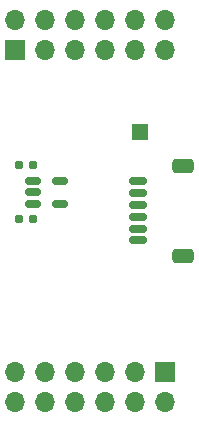
<source format=gbr>
%TF.GenerationSoftware,KiCad,Pcbnew,7.0.5*%
%TF.CreationDate,2024-01-26T22:43:11-05:00*%
%TF.ProjectId,SCD30_ADAPTER,53434433-305f-4414-9441-505445522e6b,rev?*%
%TF.SameCoordinates,Original*%
%TF.FileFunction,Soldermask,Top*%
%TF.FilePolarity,Negative*%
%FSLAX46Y46*%
G04 Gerber Fmt 4.6, Leading zero omitted, Abs format (unit mm)*
G04 Created by KiCad (PCBNEW 7.0.5) date 2024-01-26 22:43:11*
%MOMM*%
%LPD*%
G01*
G04 APERTURE LIST*
G04 Aperture macros list*
%AMRoundRect*
0 Rectangle with rounded corners*
0 $1 Rounding radius*
0 $2 $3 $4 $5 $6 $7 $8 $9 X,Y pos of 4 corners*
0 Add a 4 corners polygon primitive as box body*
4,1,4,$2,$3,$4,$5,$6,$7,$8,$9,$2,$3,0*
0 Add four circle primitives for the rounded corners*
1,1,$1+$1,$2,$3*
1,1,$1+$1,$4,$5*
1,1,$1+$1,$6,$7*
1,1,$1+$1,$8,$9*
0 Add four rect primitives between the rounded corners*
20,1,$1+$1,$2,$3,$4,$5,0*
20,1,$1+$1,$4,$5,$6,$7,0*
20,1,$1+$1,$6,$7,$8,$9,0*
20,1,$1+$1,$8,$9,$2,$3,0*%
G04 Aperture macros list end*
%ADD10RoundRect,0.160000X0.197500X0.160000X-0.197500X0.160000X-0.197500X-0.160000X0.197500X-0.160000X0*%
%ADD11R,1.350000X1.350000*%
%ADD12RoundRect,0.150000X0.625000X-0.150000X0.625000X0.150000X-0.625000X0.150000X-0.625000X-0.150000X0*%
%ADD13RoundRect,0.250000X0.650000X-0.350000X0.650000X0.350000X-0.650000X0.350000X-0.650000X-0.350000X0*%
%ADD14RoundRect,0.150000X-0.512500X-0.150000X0.512500X-0.150000X0.512500X0.150000X-0.512500X0.150000X0*%
%ADD15RoundRect,0.155000X0.212500X0.155000X-0.212500X0.155000X-0.212500X-0.155000X0.212500X-0.155000X0*%
%ADD16R,1.700000X1.700000*%
%ADD17O,1.700000X1.700000*%
G04 APERTURE END LIST*
D10*
%TO.C,R1*%
X145330000Y-100823621D03*
X144135000Y-100823621D03*
%TD*%
D11*
%TO.C,J4*%
X154430000Y-93448621D03*
%TD*%
D12*
%TO.C,J3*%
X154210000Y-102604610D03*
X154210000Y-101604610D03*
X154210000Y-100604610D03*
X154210000Y-99604610D03*
X154210000Y-98604610D03*
X154210000Y-97604610D03*
D13*
X158085000Y-96304610D03*
X158085000Y-103904610D03*
%TD*%
D14*
%TO.C,U1*%
X145322500Y-97604610D03*
X145322500Y-98554610D03*
X145322500Y-99504610D03*
X147597500Y-99504610D03*
X147597500Y-97604610D03*
%TD*%
D15*
%TO.C,C1*%
X145320000Y-96248621D03*
X144185000Y-96248621D03*
%TD*%
D16*
%TO.C,J1*%
X143810000Y-86465599D03*
D17*
X143810000Y-83925599D03*
X146350000Y-86465599D03*
X146350000Y-83925599D03*
X148890000Y-86465599D03*
X148890000Y-83925599D03*
X151430000Y-86465599D03*
X151430000Y-83925599D03*
X153970000Y-86465599D03*
X153970000Y-83925599D03*
X156510000Y-86465599D03*
X156510000Y-83925599D03*
%TD*%
D16*
%TO.C,J2*%
X156510000Y-113743621D03*
D17*
X156510000Y-116283621D03*
X153970000Y-113743621D03*
X153970000Y-116283621D03*
X151430000Y-113743621D03*
X151430000Y-116283621D03*
X148890000Y-113743621D03*
X148890000Y-116283621D03*
X146350000Y-113743621D03*
X146350000Y-116283621D03*
X143810000Y-113743621D03*
X143810000Y-116283621D03*
%TD*%
M02*

</source>
